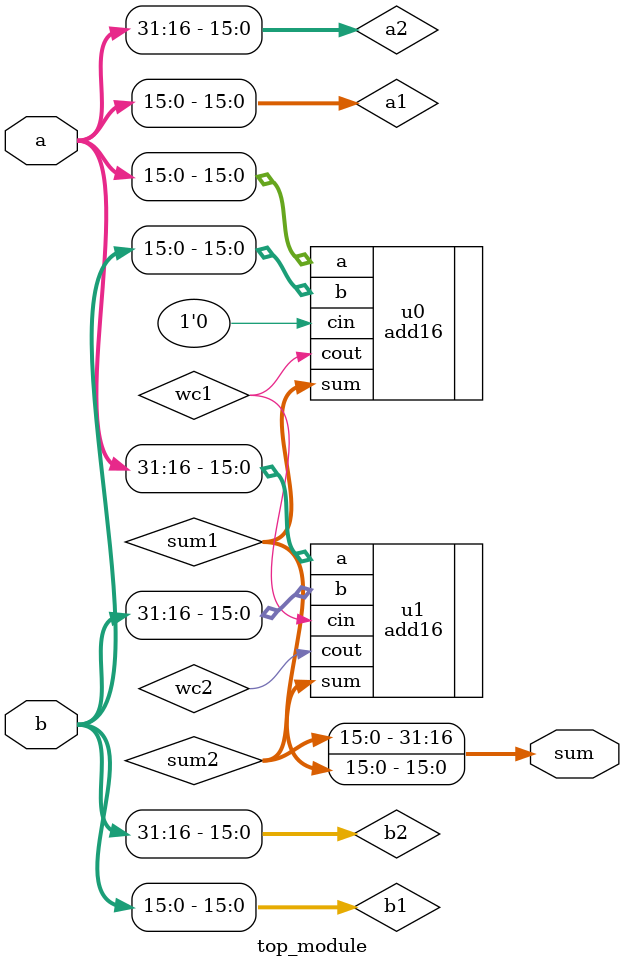
<source format=v>
module top_module(
    input wire [31:0] a,
    input wire [31:0] b,
    output wire [31:0] sum
);

    wire wc1, wc2;
    wire [15:0] a1, a2, b1, b2, sum1, sum2;
    
    assign {a2, a1} = a;
    assign {b2, b1} = b;

    add16 u0 (.a(a1), .b(b1), .cin(1'b0), .sum(sum1), .cout(wc1));
    add16 u1 (.a(a2), .b(b2), .cin(wc1), .sum(sum2), .cout(wc2));
        
    assign sum = {sum2, sum1};
    
endmodule


</source>
